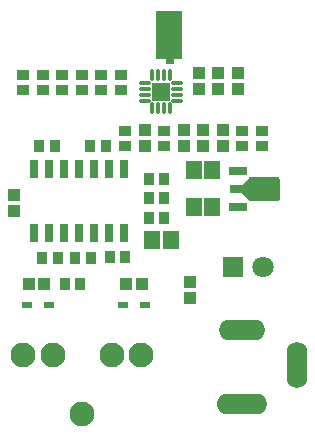
<source format=gts>
G04*
G04 #@! TF.GenerationSoftware,Altium Limited,Altium Designer,19.0.15 (446)*
G04*
G04 Layer_Color=8388736*
%FSLAX25Y25*%
%MOIN*%
G70*
G01*
G75*
%ADD32R,0.08500X0.16063*%
%ADD33R,0.04140X0.03747*%
%ADD34R,0.02526X0.02565*%
%ADD35R,0.02565X0.02526*%
%ADD36R,0.03747X0.04140*%
%ADD37R,0.03943X0.04337*%
%ADD38R,0.04337X0.03943*%
%ADD39R,0.05912X0.02762*%
%ADD40R,0.04337X0.02762*%
%ADD41R,0.05518X0.05912*%
%ADD42O,0.01384X0.04140*%
%ADD43O,0.04140X0.01384*%
%ADD44R,0.06109X0.06109*%
%ADD45R,0.02762X0.06109*%
%ADD46R,0.03550X0.02368*%
%ADD47C,0.08274*%
%ADD48C,0.00400*%
%ADD49O,0.06896X0.15558*%
%ADD50O,0.15558X0.06896*%
%ADD51O,0.16935X0.06896*%
%ADD52C,0.07093*%
%ADD53R,0.07093X0.07093*%
G36*
X675651Y190437D02*
X675674Y190430D01*
X675689Y190426D01*
X675689Y190426D01*
X675689D01*
X675698Y190421D01*
X675724Y190407D01*
X675724Y190407D01*
X675724Y190407D01*
X675754Y190382D01*
X675754Y190382D01*
X676247Y189890D01*
X676247Y189890D01*
X676247Y189890D01*
X676260Y189874D01*
X676271Y189860D01*
X676271Y189860D01*
X676271Y189860D01*
X676279Y189846D01*
X676290Y189825D01*
X676290Y189825D01*
D01*
X676294Y189814D01*
X676301Y189787D01*
Y189787D01*
X676301Y189787D01*
X676304Y189764D01*
X676305Y189748D01*
Y189748D01*
Y189748D01*
X676305Y183252D01*
X676302Y183213D01*
X676290Y183175D01*
X676272Y183141D01*
X676247Y183110D01*
X675754Y182618D01*
X675724Y182593D01*
X675701Y182581D01*
X675689Y182574D01*
X675651Y182563D01*
X675612Y182559D01*
X675612Y182559D01*
X666065D01*
X666026Y182563D01*
X665988Y182574D01*
X665953Y182593D01*
X665923Y182618D01*
X663364Y185177D01*
X663339Y185207D01*
X663320Y185242D01*
X663309Y185280D01*
X663305Y185319D01*
Y187681D01*
X663309Y187720D01*
X663320Y187758D01*
X663339Y187793D01*
X663364Y187823D01*
X665923Y190382D01*
X665953Y190407D01*
X665988Y190426D01*
X666026Y190437D01*
X666065Y190441D01*
X675612D01*
X675651Y190437D01*
D02*
G37*
D32*
X639250Y238032D02*
D03*
D33*
X610000Y224559D02*
D03*
Y219441D02*
D03*
X623000Y224559D02*
D03*
Y219441D02*
D03*
X616500D02*
D03*
Y224559D02*
D03*
X603500Y219441D02*
D03*
Y224559D02*
D03*
X597000D02*
D03*
Y219441D02*
D03*
X590500D02*
D03*
Y224559D02*
D03*
X624500Y200941D02*
D03*
Y206059D02*
D03*
X637484Y200941D02*
D03*
Y206059D02*
D03*
X663500D02*
D03*
Y200941D02*
D03*
X670000D02*
D03*
Y206059D02*
D03*
D34*
X639461Y232496D02*
D03*
Y229425D02*
D03*
D35*
X636500Y236200D02*
D03*
X639571D02*
D03*
D36*
X595941Y201000D02*
D03*
X637559Y183500D02*
D03*
X632441D02*
D03*
X637559Y190000D02*
D03*
X632441D02*
D03*
X637559Y177000D02*
D03*
X632441D02*
D03*
X624559Y164000D02*
D03*
X619441D02*
D03*
X596941Y163500D02*
D03*
X602059D02*
D03*
X604441Y155000D02*
D03*
X609559D02*
D03*
X613059Y163500D02*
D03*
X607941D02*
D03*
X601059Y201000D02*
D03*
X618059D02*
D03*
X612941D02*
D03*
D37*
X597657Y155000D02*
D03*
X592343D02*
D03*
X624843D02*
D03*
X630157D02*
D03*
D38*
X657000Y206157D02*
D03*
Y200843D02*
D03*
X650500Y206157D02*
D03*
Y200843D02*
D03*
X644000Y206157D02*
D03*
Y200843D02*
D03*
X646000Y150343D02*
D03*
Y155657D02*
D03*
X587500Y179343D02*
D03*
Y184657D02*
D03*
X662000Y219843D02*
D03*
Y225157D02*
D03*
X655500Y219843D02*
D03*
Y225157D02*
D03*
X649000Y219843D02*
D03*
Y225157D02*
D03*
X631087Y206157D02*
D03*
Y200843D02*
D03*
D39*
X662325Y180594D02*
D03*
Y192406D02*
D03*
D40*
X661537Y186500D02*
D03*
D41*
X647350Y193000D02*
D03*
X653650D02*
D03*
X647350Y180594D02*
D03*
X653650D02*
D03*
X633500Y169500D02*
D03*
X639799D02*
D03*
D42*
X639453Y224413D02*
D03*
X637484D02*
D03*
X635516D02*
D03*
X633547D02*
D03*
Y213587D02*
D03*
X635516D02*
D03*
X637484D02*
D03*
X639453D02*
D03*
D43*
X631087Y221953D02*
D03*
Y219984D02*
D03*
Y218016D02*
D03*
Y216047D02*
D03*
X641913D02*
D03*
Y218016D02*
D03*
Y219984D02*
D03*
Y221953D02*
D03*
D44*
X636500Y219000D02*
D03*
D45*
X624000Y193228D02*
D03*
X619000D02*
D03*
X614000D02*
D03*
X609000D02*
D03*
X604000D02*
D03*
X599000D02*
D03*
X594000D02*
D03*
X624000Y171772D02*
D03*
X619000D02*
D03*
X614000D02*
D03*
X609000D02*
D03*
X604000D02*
D03*
X599000D02*
D03*
X594000D02*
D03*
D46*
X591957Y148000D02*
D03*
X599043D02*
D03*
X631043D02*
D03*
X623957D02*
D03*
D47*
X610185Y111500D02*
D03*
X600343Y131185D02*
D03*
X590500D02*
D03*
X620028D02*
D03*
X629870D02*
D03*
D48*
Y111500D02*
D03*
X590500D02*
D03*
D49*
X681807Y127795D02*
D03*
D50*
X663500Y139409D02*
D03*
D51*
Y115000D02*
D03*
D52*
X670343Y160500D02*
D03*
D53*
X660500D02*
D03*
M02*

</source>
